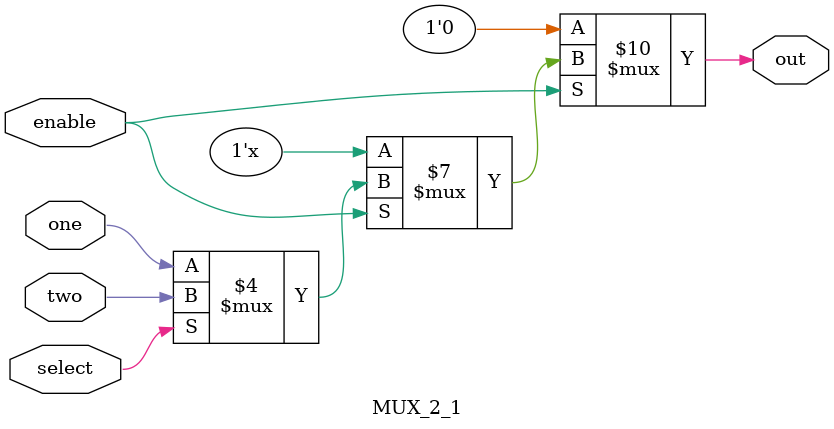
<source format=v>
`timescale 1ns / 1ps


module MUX_2_1(
    input select,
    input one,
    input two,
    input enable,
    output reg out
    );
    always @* begin
    if(!enable)begin
    out=1'b0;
    end
    else begin
    if(select) begin
    out = two;
    end
    else begin
    out = one;
    end
    end
    end
endmodule

</source>
